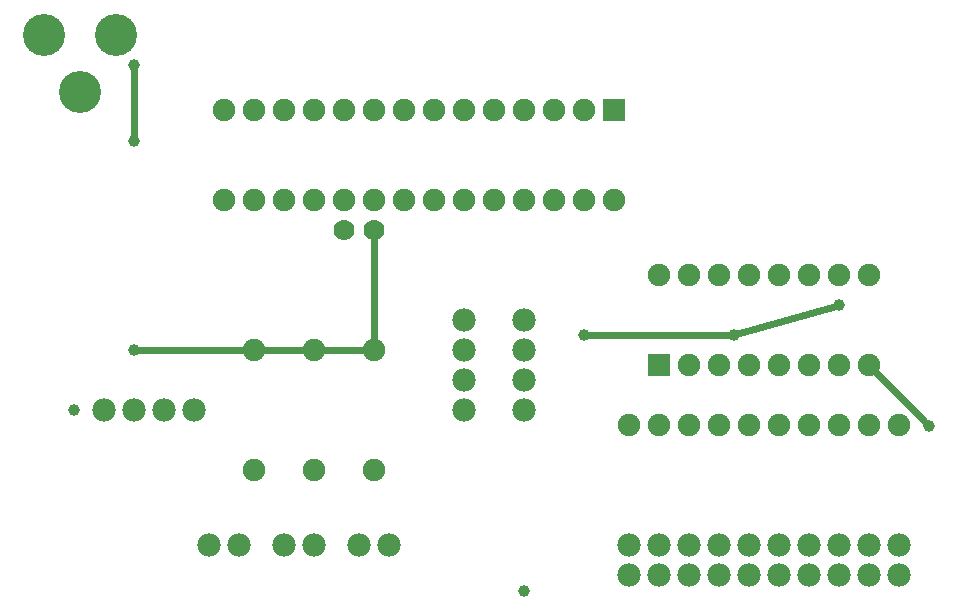
<source format=gbl>
G04 MADE WITH FRITZING*
G04 WWW.FRITZING.ORG*
G04 DOUBLE SIDED*
G04 HOLES PLATED*
G04 CONTOUR ON CENTER OF CONTOUR VECTOR*
%ASAXBY*%
%FSLAX23Y23*%
%MOIN*%
%OFA0B0*%
%SFA1.0B1.0*%
%ADD10C,0.075000*%
%ADD11C,0.140000*%
%ADD12C,0.070000*%
%ADD13C,0.078000*%
%ADD14C,0.039370*%
%ADD15R,0.075000X0.075000*%
%ADD16C,0.024000*%
%LNCOPPER0*%
G90*
G70*
G54D10*
X2222Y1722D03*
X2222Y1422D03*
X2122Y1722D03*
X2122Y1422D03*
X2022Y1722D03*
X2022Y1422D03*
X1922Y1722D03*
X1922Y1422D03*
X1822Y1722D03*
X1822Y1422D03*
X1722Y1722D03*
X1722Y1422D03*
X1622Y1722D03*
X1622Y1422D03*
X1522Y1722D03*
X1522Y1422D03*
X1422Y1722D03*
X1422Y1422D03*
X1322Y1722D03*
X1322Y1422D03*
X1222Y1722D03*
X1222Y1422D03*
X1122Y1722D03*
X1122Y1422D03*
X1022Y1722D03*
X1022Y1422D03*
X922Y1722D03*
X922Y1422D03*
G54D11*
X562Y1972D03*
X322Y1972D03*
X442Y1782D03*
G54D12*
X1322Y1322D03*
X1422Y1322D03*
G54D13*
X522Y722D03*
X622Y722D03*
X722Y722D03*
X822Y722D03*
X1372Y272D03*
X1472Y272D03*
X1122Y272D03*
X1222Y272D03*
X872Y272D03*
X972Y272D03*
G54D14*
X422Y722D03*
G54D10*
X1022Y522D03*
X1022Y922D03*
X1222Y522D03*
X1222Y922D03*
X1422Y522D03*
X1422Y922D03*
G54D13*
X1722Y1022D03*
X1722Y922D03*
X1722Y822D03*
X1722Y722D03*
X1922Y1022D03*
X1922Y922D03*
X1922Y822D03*
X1922Y722D03*
G54D10*
X2372Y872D03*
X2372Y1172D03*
X2472Y872D03*
X2472Y1172D03*
X2572Y872D03*
X2572Y1172D03*
X2672Y872D03*
X2672Y1172D03*
X2772Y872D03*
X2772Y1172D03*
X2872Y872D03*
X2872Y1172D03*
X2972Y872D03*
X2972Y1172D03*
X3072Y872D03*
X3072Y1172D03*
G54D14*
X623Y1873D03*
X623Y1621D03*
X623Y923D03*
G54D13*
X2272Y172D03*
X2372Y172D03*
X2472Y172D03*
X2572Y172D03*
X2672Y172D03*
X2772Y172D03*
X2872Y172D03*
X2972Y172D03*
X3072Y172D03*
X3172Y172D03*
X2272Y172D03*
X2372Y172D03*
X2472Y172D03*
X2572Y172D03*
X2672Y172D03*
X2772Y172D03*
X2872Y172D03*
X2972Y172D03*
X3072Y172D03*
X3172Y172D03*
X3172Y272D03*
X3072Y272D03*
X2972Y272D03*
X2872Y272D03*
X2772Y272D03*
X2672Y272D03*
X2572Y272D03*
X2472Y272D03*
X2372Y272D03*
X2272Y272D03*
G54D10*
X2272Y272D03*
X2272Y672D03*
X2372Y272D03*
X2372Y672D03*
X2472Y272D03*
X2472Y672D03*
X3172Y272D03*
X3172Y672D03*
X2972Y272D03*
X2972Y672D03*
X2872Y272D03*
X2872Y672D03*
X3072Y272D03*
X3072Y672D03*
X2572Y272D03*
X2572Y672D03*
X2772Y272D03*
X2772Y672D03*
X2672Y272D03*
X2672Y672D03*
G54D14*
X1922Y121D03*
X3273Y671D03*
X2122Y973D03*
X2621Y973D03*
X2971Y1072D03*
G54D15*
X2222Y1722D03*
X2372Y872D03*
G54D16*
X1205Y922D02*
X1040Y922D01*
D02*
X1405Y922D02*
X1240Y922D01*
D02*
X1422Y940D02*
X1422Y1307D01*
D02*
X623Y1629D02*
X623Y1865D01*
D02*
X1005Y922D02*
X630Y923D01*
D02*
X3267Y677D02*
X3085Y860D01*
D02*
X2629Y975D02*
X2964Y1070D01*
D02*
X2130Y973D02*
X2614Y973D01*
G04 End of Copper0*
M02*
</source>
